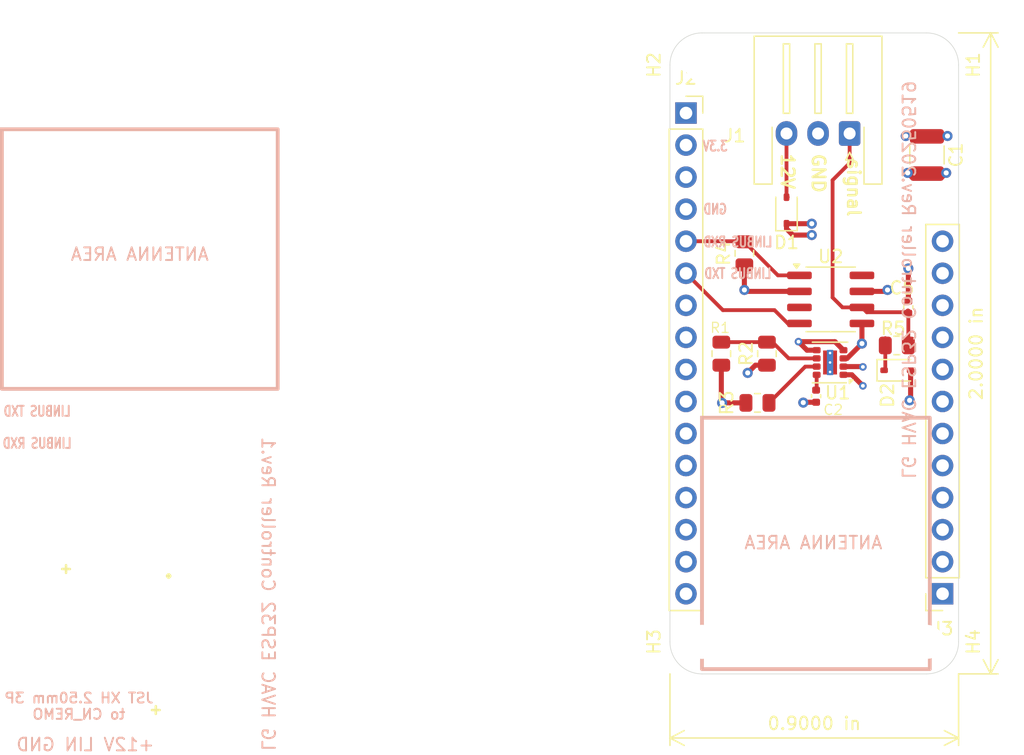
<source format=kicad_pcb>
(kicad_pcb (version 20241229) (generator "pcbnew") (generator_version "9.0")
  (layers (0 "F.Cu" signal) (4 "In1.Cu" signal) (6 "In2.Cu" signal) (2 "B.Cu" signal) (13 "F.Paste" user) (15 "B.Paste" user) (5 "F.SilkS" user "F.Silkscreen") (7 "B.SilkS" user "B.Silkscreen") (1 "F.Mask" user) (3 "B.Mask" user) (25 "Edge.Cuts" user))
  (net 0 "")
  (net 1 "+12V")
  (net 2 "GND")
  (net 3 "+3V3")
  (net 4 "LINBUS")
  (net 5 "Net-(U1-SS{slash}TR)")
  (net 6 "RXD")
  (net 7 "TXD")
  (net 8 "Net-(D2-K)")
  (net 9 "Net-(U1-FB)")
  (net 10 "Net-(U1-PG)")
  (net 11 "Net-(D1-A)")
  (footprint "Connector_PinSocket_2.54mm:PinSocket_1x16_P2.54mm_Vertical" (layer "F.Cu") (at 92.79 31.48)
    (property "Reference" "J2" (at 0 -2.77 0) (layer "F.SilkS"))
    (property "Value" "Conn_01x16")
    (fp_line (start -1.33 1.27) (end -1.33 39.43) (stroke (width 0.12)) (layer "F.SilkS"))
    (fp_line (start -1.33 1.27) (end 1.33 1.27) (stroke (width 0.12)) (layer "F.SilkS"))
    (fp_line (start -1.33 39.43) (end 1.33 39.43) (stroke (width 0.12)) (layer "F.SilkS"))
    (fp_line (start 0 -1.33) (end 1.33 -1.33) (stroke (width 0.12)) (layer "F.SilkS"))
    (fp_line (start 1.33 -1.33) (end 1.33 0) (stroke (width 0.12)) (layer "F.SilkS"))
    (fp_line (start 1.33 1.27) (end 1.33 39.43) (stroke (width 0.12)) (layer "F.SilkS"))
    (pad "1" thru_hole rect (at 0 0) (size 1.7 1.7) (drill 1) (layers "*.Cu" "*.Mask"))
    (pad "2" thru_hole circle (at 0 2.54) (size 1.7 1.7) (drill 1) (layers "*.Cu" "*.Mask") (net 3 "+3V3"))
    (pad "3" thru_hole circle (at 0 5.08) (size 1.7 1.7) (drill 1) (layers "*.Cu" "*.Mask"))
    (pad "4" thru_hole circle (at 0 7.62) (size 1.7 1.7) (drill 1) (layers "*.Cu" "*.Mask") (net 2 "GND"))
    (pad "5" thru_hole circle (at 0 10.16) (size 1.7 1.7) (drill 1) (layers "*.Cu" "*.Mask") (net 6 "RXD"))
    (pad "6" thru_hole circle (at 0 12.7) (size 1.7 1.7) (drill 1) (layers "*.Cu" "*.Mask") (net 7 "TXD"))
    (pad "7" thru_hole circle (at 0 15.24) (size 1.7 1.7) (drill 1) (layers "*.Cu" "*.Mask"))
    (pad "8" thru_hole circle (at 0 17.78) (size 1.7 1.7) (drill 1) (layers "*.Cu" "*.Mask"))
    (pad "9" thru_hole circle (at 0 20.32) (size 1.7 1.7) (drill 1) (layers "*.Cu" "*.Mask"))
    (pad "10" thru_hole circle (at 0 22.86) (size 1.7 1.7) (drill 1) (layers "*.Cu" "*.Mask"))
    (pad "11" thru_hole circle (at 0 25.4) (size 1.7 1.7) (drill 1) (layers "*.Cu" "*.Mask"))
    (pad "12" thru_hole circle (at 0 27.94) (size 1.7 1.7) (drill 1) (layers "*.Cu" "*.Mask"))
    (pad "13" thru_hole circle (at 0 30.48) (size 1.7 1.7) (drill 1) (layers "*.Cu" "*.Mask"))
    (pad "14" thru_hole circle (at 0 33.02) (size 1.7 1.7) (drill 1) (layers "*.Cu" "*.Mask"))
    (pad "15" thru_hole circle (at 0 35.56) (size 1.7 1.7) (drill 1) (layers "*.Cu" "*.Mask"))
    (pad "16" thru_hole circle (at 0 38.1) (size 1.7 1.7) (drill 1) (layers "*.Cu" "*.Mask"))
  )
  (footprint "Resistor_SMD:R_0805_2012Metric" (layer "F.Cu") (at 98.45 54.45 180)
    (property "Reference" "R3" (at 2.4365 0 90) (layer "F.SilkS"))
    (property "Value" "100k")
    (fp_line (start -0.227064 0.735) (end 0.227064 0.735) (stroke (width 0.12)) (layer "F.SilkS"))
    (fp_line (start -0.227064 -0.735) (end 0.227064 -0.735) (stroke (width 0.12)) (layer "F.SilkS"))
    (pad "1" smd roundrect (at -0.9125 0 180) (size 1.025 1.4) (layers "F.Cu" "F.Mask" "F.Paste") (roundrect_rratio 0.243902) (net 10 "Net-(U1-PG)"))
    (pad "2" smd roundrect (at 0.9125 0 180) (size 1.025 1.4) (layers "F.Cu" "F.Mask" "F.Paste") (roundrect_rratio 0.243902) (net 3 "+3V3"))
  )
  (footprint "Resistor_SMD:R_0805_2012Metric" (layer "F.Cu") (at 95.588032 50.55 -90)
    (property "Reference" "R1" (at -2.05 0.1 0) (layer "F.SilkS") (effects (font (size 0.8 0.8) (thickness 0.1))))
    (property "Value" "330k")
    (fp_line (start -0.227064 0.735) (end 0.227064 0.735) (stroke (width 0.12)) (layer "F.SilkS"))
    (fp_line (start -0.227064 -0.735) (end 0.227064 -0.735) (stroke (width 0.12)) (layer "F.SilkS"))
    (pad "1" smd roundrect (at -0.9125 0 270) (size 1.025 1.4) (layers "F.Cu" "F.Mask" "F.Paste") (roundrect_rratio 0.243902) (net 9 "Net-(U1-FB)"))
    (pad "2" smd roundrect (at 0.9125 0 270) (size 1.025 1.4) (layers "F.Cu" "F.Mask" "F.Paste") (roundrect_rratio 0.243902) (net 3 "+3V3"))
  )
  (footprint "Resistor_SMD:R_0805_2012Metric" (layer "F.Cu") (at 99.2 50.55 90)
    (property "Reference" "R2" (at 0 -1.65 90) (layer "F.SilkS"))
    (property "Value" "100k")
    (fp_line (start -0.227064 -0.735) (end 0.227064 -0.735) (stroke (width 0.12)) (layer "F.SilkS"))
    (fp_line (start -0.227064 0.735) (end 0.227064 0.735) (stroke (width 0.12)) (layer "F.SilkS"))
    (pad "1" smd roundrect (at -0.9125 0 90) (size 1.025 1.4) (layers "F.Cu" "F.Mask" "F.Paste") (roundrect_rratio 0.243902) (net 2 "GND"))
    (pad "2" smd roundrect (at 0.9125 0 90) (size 1.025 1.4) (layers "F.Cu" "F.Mask" "F.Paste") (roundrect_rratio 0.243902) (net 9 "Net-(U1-FB)"))
  )
  (footprint "Resistor_SMD:R_0805_2012Metric" (layer "F.Cu") (at 97.4135 42.599 90)
    (property "Reference" "R4" (at 0 -1.65 90) (layer "F.SilkS"))
    (property "Value" "4.7k")
    (fp_line (start -0.227064 -0.735) (end 0.227064 -0.735) (stroke (width 0.12)) (layer "F.SilkS"))
    (fp_line (start -0.227064 0.735) (end 0.227064 0.735) (stroke (width 0.12)) (layer "F.SilkS"))
    (pad "1" smd roundrect (at -0.9125 0 90) (size 1.025 1.4) (layers "F.Cu" "F.Mask" "F.Paste") (roundrect_rratio 0.243902) (net 3 "+3V3"))
    (pad "2" smd roundrect (at 0.9125 0 90) (size 1.025 1.4) (layers "F.Cu" "F.Mask" "F.Paste") (roundrect_rratio 0.243902) (net 6 "RXD"))
  )
  (footprint "MountingHole:MountingHole_2.7mm_M2.5" (layer "F.Cu") (at 111.84 73.39 -90)
    (property "Reference" "H4" (at 0 -3.7 90) (layer "F.SilkS"))
    (property "Value" "MountingHole")
    (pad "" np_thru_hole circle (at 0 0 270) (size 2.7 2.7) (drill 2.7) (layers "*.Cu" "*.Mask"))
  )
  (footprint "Diode_SMD:D_SOD-323" (layer "F.Cu") (at 100.75 39.2 90)
    (property "Reference" "D1" (at -2.54 0 0) (layer "F.SilkS"))
    (property "Value" "1N4148WS")
    (fp_line (start -1.61 -0.85) (end 1.05 -0.85) (stroke (width 0.12)) (layer "F.SilkS"))
    (fp_line (start -1.61 -0.85) (end -1.61 0.85) (stroke (width 0.12)) (layer "F.SilkS"))
    (fp_line (start -1.61 0.85) (end 1.05 0.85) (stroke (width 0.12)) (layer "F.SilkS"))
    (pad "1" smd roundrect (at -1.05 0 90) (size 0.6 0.45) (layers "F.Cu" "F.Mask" "F.Paste") (net 1 "+12V"))
    (pad "2" smd roundrect (at 1.05 0 90) (size 0.6 0.45) (layers "F.Cu" "F.Mask" "F.Paste") (net 11 "Net-(D1-A)"))
  )
  (footprint "Connector_PinSocket_2.54mm:PinSocket_1x12_P2.54mm_Vertical" (layer "F.Cu") (at 113.11 69.58 180)
    (property "Reference" "J3" (at 0 -2.77 180) (layer "F.SilkS"))
    (property "Value" "Conn_01x12")
    (fp_line (start 1.33 1.27) (end 1.33 29.27) (stroke (width 0.12)) (layer "F.SilkS"))
    (fp_line (start 1.33 -1.33) (end 1.33 0) (stroke (width 0.12)) (layer "F.SilkS"))
    (fp_line (start 0 -1.33) (end 1.33 -1.33) (stroke (width 0.12)) (layer "F.SilkS"))
    (fp_line (start -1.33 29.27) (end 1.33 29.27) (stroke (width 0.12)) (layer "F.SilkS"))
    (fp_line (start -1.33 1.27) (end 1.33 1.27) (stroke (width 0.12)) (layer "F.SilkS"))
    (fp_line (start -1.33 1.27) (end -1.33 29.27) (stroke (width 0.12)) (layer "F.SilkS"))
    (pad "1" thru_hole rect (at 0 0 180) (size 1.7 1.7) (drill 1) (layers "*.Cu" "*.Mask"))
    (pad "2" thru_hole circle (at 0 2.54 180) (size 1.7 1.7) (drill 1) (layers "*.Cu" "*.Mask"))
    (pad "3" thru_hole circle (at 0 5.08 180) (size 1.7 1.7) (drill 1) (layers "*.Cu" "*.Mask"))
    (pad "4" thru_hole circle (at 0 7.62 180) (size 1.7 1.7) (drill 1) (layers "*.Cu" "*.Mask"))
    (pad "5" thru_hole circle (at 0 10.16 180) (size 1.7 1.7) (drill 1) (layers "*.Cu" "*.Mask"))
    (pad "6" thru_hole circle (at 0 12.7 180) (size 1.7 1.7) (drill 1) (layers "*.Cu" "*.Mask"))
    (pad "7" thru_hole circle (at 0 15.24 180) (size 1.7 1.7) (drill 1) (layers "*.Cu" "*.Mask"))
    (pad "8" thru_hole circle (at 0 17.78 180) (size 1.7 1.7) (drill 1) (layers "*.Cu" "*.Mask"))
    (pad "9" thru_hole circle (at 0 20.32 180) (size 1.7 1.7) (drill 1) (layers "*.Cu" "*.Mask"))
    (pad "10" thru_hole circle (at 0 22.86 180) (size 1.7 1.7) (drill 1) (layers "*.Cu" "*.Mask"))
    (pad "11" thru_hole circle (at 0 25.4 180) (size 1.7 1.7) (drill 1) (layers "*.Cu" "*.Mask"))
    (pad "12" thru_hole circle (at 0 27.94 180) (size 1.7 1.7) (drill 1) (layers "*.Cu" "*.Mask"))
  )
  (footprint "Package_SO:SOIC-8_3.9x4.9mm_P1.27mm" (layer "F.Cu") (at 104.25 46.25)
    (property "Reference" "U2" (at 0 -3.4 0) (layer "F.SilkS"))
    (property "Value" "TJA1027")
    (fp_line (start 0 -2.56) (end -1.95 -2.56) (stroke (width 0.12)) (layer "F.SilkS"))
    (fp_line (start 0 -2.56) (end 1.95 -2.56) (stroke (width 0.12)) (layer "F.SilkS"))
    (fp_line (start 0 2.56) (end -1.95 2.56) (stroke (width 0.12)) (layer "F.SilkS"))
    (fp_line (start 0 2.56) (end 1.95 2.56) (stroke (width 0.12)) (layer "F.SilkS"))
    (fp_poly (pts (xy -2.7 -2.465) (xy -2.94 -2.795) (xy -2.46 -2.795)) (stroke (width 0.12)) (fill yes) (layer "F.SilkS"))
    (pad "1" smd roundrect (at -2.475 -1.905) (size 1.95 0.6) (layers "F.Cu" "F.Mask" "F.Paste") (net 6 "RXD"))
    (pad "2" smd roundrect (at -2.475 -0.635) (size 1.95 0.6) (layers "F.Cu" "F.Mask" "F.Paste") (net 3 "+3V3"))
    (pad "3" smd roundrect (at -2.475 0.635) (size 1.95 0.6) (layers "F.Cu" "F.Mask" "F.Paste"))
    (pad "4" smd roundrect (at -2.475 1.905) (size 1.95 0.6) (layers "F.Cu" "F.Mask" "F.Paste") (net 7 "TXD"))
    (pad "5" smd roundrect (at 2.475 1.905) (size 1.95 0.6) (layers "F.Cu" "F.Mask" "F.Paste") (net 2 "GND"))
    (pad "6" smd roundrect (at 2.475 0.635) (size 1.95 0.6) (layers "F.Cu" "F.Mask" "F.Paste") (net 4 "LINBUS"))
    (pad "7" smd roundrect (at 2.475 -0.635) (size 1.95 0.6) (layers "F.Cu" "F.Mask" "F.Paste") (net 1 "+12V"))
    (pad "8" smd roundrect (at 2.475 -1.905) (size 1.95 0.6) (layers "F.Cu" "F.Mask" "F.Paste"))
  )
  (footprint "MountingHole:MountingHole_2.7mm_M2.5" (layer "F.Cu") (at 111.84 27.67 -90)
    (property "Reference" "H1" (at 0 -3.7 90) (layer "F.SilkS"))
    (property "Value" "MountingHole")
    (pad "" np_thru_hole circle (at 0 0 270) (size 2.7 2.7) (drill 2.7) (layers "*.Cu" "*.Mask"))
  )
  (footprint "Diode_SMD:D_SOD-323" (layer "F.Cu") (at 109.5305 51.868)
    (property "Reference" "D2" (at -0.7805 1.982 90) (layer "F.SilkS"))
    (property "Value" "1N4148WS")
    (fp_line (start -1.61 -0.85) (end -1.61 0.85) (stroke (width 0.12)) (layer "F.SilkS"))
    (fp_line (start -1.61 -0.85) (end 1.05 -0.85) (stroke (width 0.12)) (layer "F.SilkS"))
    (fp_line (start -1.61 0.85) (end 1.05 0.85) (stroke (width 0.12)) (layer "F.SilkS"))
    (pad "1" smd roundrect (at -1.05 0) (size 0.6 0.45) (layers "F.Cu" "F.Mask" "F.Paste") (net 8 "Net-(D2-K)"))
    (pad "2" smd roundrect (at 1.05 0) (size 0.6 0.45) (layers "F.Cu" "F.Mask" "F.Paste") (net 1 "+12V"))
  )
  (footprint "Capacitor_SMD:C_0402_1005Metric" (layer "F.Cu") (at 103.094 53.92 -90)
    (property "Reference" "C2" (at 1.08 -1.356 0) (layer "F.SilkS") (effects (font (size 0.8 0.8) (thickness 0.1))))
    (property "Value" "3.3nF")
    (fp_line (start -0.107836 0.36) (end 0.107836 0.36) (stroke (width 0.12)) (layer "F.SilkS"))
    (fp_line (start -0.107836 -0.36) (end 0.107836 -0.36) (stroke (width 0.12)) (layer "F.SilkS"))
    (pad "1" smd roundrect (at -0.48 0 270) (size 0.56 0.62) (layers "F.Cu" "F.Mask" "F.Paste") (net 5 "Net-(U1-SS{slash}TR)"))
    (pad "2" smd roundrect (at 0.48 0 270) (size 0.56 0.62) (layers "F.Cu" "F.Mask" "F.Paste") (net 2 "GND"))
  )
  (footprint "Connector_JST:JST_XH_S3B-XH-A-1_1x03_P2.50mm_Horizontal" (layer "F.Cu") (at 105.75 33.1 180)
    (property "Reference" "J1" (at 9.104 -0.182 0) (layer "F.SilkS"))
    (property "Value" "JST_XH_S3B-XH-A-1_01x03")
    (fp_line (start 7.56 7.71) (end 7.56 -4.01) (stroke (width 0.12)) (layer "F.SilkS"))
    (fp_line (start 7.56 -4.01) (end 6.14 -4.01) (stroke (width 0.12)) (layer "F.SilkS"))
    (fp_line (start 6.14 -4.01) (end 6.14 0.49) (stroke (width 0.12)) (layer "F.SilkS"))
    (fp_line (start 5.25 7.1) (end 5.25 1.6) (stroke (width 0.12)) (layer "F.SilkS"))
    (fp_line (start 5.25 1.6) (end 4.75 1.6) (stroke (width 0.12)) (layer "F.SilkS"))
    (fp_line (start 4.75 7.1) (end 5.25 7.1) (stroke (width 0.12)) (layer "F.SilkS"))
    (fp_line (start 4.75 1.6) (end 4.75 7.1) (stroke (width 0.12)) (layer "F.SilkS"))
    (fp_line (start 2.75 7.1) (end 2.75 1.6) (stroke (width 0.12)) (layer "F.SilkS"))
    (fp_line (start 2.75 1.6) (end 2.25 1.6) (stroke (width 0.12)) (layer "F.SilkS"))
    (fp_line (start 2.5 7.71) (end 7.56 7.71) (stroke (width 0.12)) (layer "F.SilkS"))
    (fp_line (start 2.5 7.71) (end -2.56 7.71) (stroke (width 0.12)) (layer "F.SilkS"))
    (fp_line (start 2.25 7.1) (end 2.75 7.1) (stroke (width 0.12)) (layer "F.SilkS"))
    (fp_line (start 2.25 1.6) (end 2.25 7.1) (stroke (width 0.12)) (layer "F.SilkS"))
    (fp_line (start 0.3 -2.1) (end 0 -1.5) (stroke (width 0.12)) (layer "F.SilkS"))
    (fp_line (start 0.25 7.1) (end 0.25 1.6) (stroke (width 0.12)) (layer "F.SilkS"))
    (fp_line (start 0.25 1.6) (end -0.25 1.6) (stroke (width 0.12)) (layer "F.SilkS"))
    (fp_line (start 0 -1.5) (end -0.3 -2.1) (stroke (width 0.12)) (layer "F.SilkS"))
    (fp_line (start -0.25 7.1) (end 0.25 7.1) (stroke (width 0.12)) (layer "F.SilkS"))
    (fp_line (start -0.25 1.6) (end -0.25 7.1) (stroke (width 0.12)) (layer "F.SilkS"))
    (fp_line (start -0.3 -2.1) (end 0.3 -2.1) (stroke (width 0.12)) (layer "F.SilkS"))
    (fp_line (start -1.14 -4.01) (end -1.14 0.49) (stroke (width 0.12)) (layer "F.SilkS"))
    (fp_line (start -2.56 7.71) (end -2.56 -4.01) (stroke (width 0.12)) (layer "F.SilkS"))
    (fp_line (start -2.56 -4.01) (end -1.14 -4.01) (stroke (width 0.12)) (layer "F.SilkS"))
    (pad "1" thru_hole roundrect (at 0 0 180) (size 1.7 1.95) (drill 0.95) (layers "*.Cu" "*.Mask") (roundrect_rratio 0.147059) (net 4 "LINBUS"))
    (pad "2" thru_hole oval (at 2.5 0 180) (size 1.7 1.95) (drill 0.95) (layers "*.Cu" "*.Mask") (net 2 "GND"))
    (pad "3" thru_hole oval (at 5 0 180) (size 1.7 1.95) (drill 0.95) (layers "*.Cu" "*.Mask") (net 11 "Net-(D1-A)"))
  )
  (footprint "Capacitor_SMD:C_0402_1005Metric" (layer "F.Cu") (at 110.4 46.864 90)
    (property "Reference" "C5" (at 1.524 -0.508 180) (layer "F.SilkS"))
    (property "Value" "220pF")
    (fp_line (start -0.107836 -0.36) (end 0.107836 -0.36) (stroke (width 0.12)) (layer "F.SilkS"))
    (fp_line (start -0.107836 0.36) (end 0.107836 0.36) (stroke (width 0.12)) (layer "F.SilkS"))
    (pad "1" smd roundrect (at -0.48 0 90) (size 0.56 0.62) (layers "F.Cu" "F.Mask" "F.Paste") (net 4 "LINBUS"))
    (pad "2" smd roundrect (at 0.48 0 90) (size 0.56 0.62) (layers "F.Cu" "F.Mask" "F.Paste") (net 2 "GND"))
  )
  (footprint "MountingHole:MountingHole_2.7mm_M2.5" (layer "F.Cu") (at 94.06 73.39 -90)
    (property "Reference" "H3" (at 0 3.81 90) (layer "F.SilkS"))
    (property "Value" "MountingHole")
    (pad "" np_thru_hole circle (at 0 0 270) (size 2.7 2.7) (drill 2.7) (layers "*.Cu" "*.Mask"))
  )
  (footprint "Resistor_SMD:R_0805_2012Metric" (layer "F.Cu") (at 109.4875 49.9)
    (property "Reference" "R5" (at -0.2875 -1.35 0) (layer "F.SilkS"))
    (property "Value" "1k")
    (fp_line (start -0.227064 -0.735) (end 0.227064 -0.735) (stroke (width 0.12)) (layer "F.SilkS"))
    (fp_line (start -0.227064 0.735) (end 0.227064 0.735) (stroke (width 0.12)) (layer "F.SilkS"))
    (pad "1" smd roundrect (at -0.9125 0) (size 1.025 1.4) (layers "F.Cu" "F.Mask" "F.Paste") (roundrect_rratio 0.243902) (net 8 "Net-(D2-K)"))
    (pad "2" smd roundrect (at 0.9125 0) (size 1.025 1.4) (layers "F.Cu" "F.Mask" "F.Paste") (roundrect_rratio 0.243902) (net 4 "LINBUS"))
  )
  (footprint "Package_LGA:Texas_SIL0008D_MicroSiP-8-1EP_2.8x3mm_P0.65mm_EP1.1x1.9mm_ThermalVias" (layer "F.Cu") (at 104.2 51.25 180)
    (property "Reference" "U1" (at -0.6 -2.4 0) (layer "F.SilkS"))
    (property "Value" "TPS82130")
    (fp_line (start -1.29 -1.61) (end 1.4 -1.61) (stroke (width 0.12)) (layer "F.SilkS"))
    (fp_line (start -1.4 1.61) (end 1.4 1.61) (stroke (width 0.12)) (layer "F.SilkS"))
    (fp_poly (pts (xy -1.53 -1.38) (xy -1.81 -1.38) (xy -1.53 -1.66)) (stroke (width 0.12)) (fill yes) (layer "F.SilkS"))
    (pad "1" smd roundrect (at -1.0625 -0.975 180) (size 0.625 0.5) (layers "F.Cu" "F.Mask" "F.Paste") (net 1 "+12V"))
    (pad "2" smd roundrect (at -1.0625 -0.325 180) (size 0.625 0.5) (layers "F.Cu" "F.Mask" "F.Paste") (net 1 "+12V"))
    (pad "3" smd roundrect (at -1.0625 0.325 180) (size 0.625 0.5) (layers "F.Cu" "F.Mask" "F.Paste") (net 2 "GND"))
    (pad "4" smd roundrect (at -1.0625 0.975 180) (size 0.625 0.5) (layers "F.Cu" "F.Mask" "F.Paste") (net 3 "+3V3"))
    (pad "5" smd roundrect (at 1.0625 0.975 180) (size 0.625 0.5) (layers "F.Cu" "F.Mask" "F.Paste") (net 3 "+3V3"))
    (pad "6" smd roundrect (at 1.0625 0.325 180) (size 0.625 0.5) (layers "F.Cu" "F.Mask" "F.Paste") (net 9 "Net-(U1-FB)"))
    (pad "7" smd roundrect (at 1.0625 -0.325 180) (size 0.625 0.5) (layers "F.Cu" "F.Mask" "F.Paste") (net 10 "Net-(U1-PG)"))
    (pad "8" smd roundrect (at 1.0625 -0.975 180) (size 0.625 0.5) (layers "F.Cu" "F.Mask" "F.Paste") (net 5 "Net-(U1-SS{slash}TR)"))
    (pad "9" thru_hole circle (at 0 -0.75 180) (size 0.5 0.5) (drill 0.2) (property pad_prop_heatsink) (layers "*.Cu") (net 2 "GND"))
    (pad "9" thru_hole circle (at 0 0 180) (size 0.5 0.5) (drill 0.2) (property pad_prop_heatsink) (layers "*.Cu") (net 2 "GND"))
    (pad "9" smd rect (at 0 0 180) (size 0.5 2) (property pad_prop_heatsink) (layers "B.Cu") (net 2 "GND"))
    (pad "9" smd rect (at 0 0 180) (size 1.1 1.9) (property pad_prop_heatsink) (layers "F.Cu" "F.Mask") (net 2 "GND"))
    (pad "9" thru_hole circle (at 0 0.75 180) (size 0.5 0.5) (drill 0.2) (property pad_prop_heatsink) (layers "*.Cu") (net 2 "GND"))
  )
  (footprint "Capacitor_SMD:C_1210_3225Metric" (layer "F.Cu") (at 111.874 34.804 -90)
    (property "Reference" "C1" (at 0 -2.3 90) (layer "F.SilkS"))
    (property "Value" "10uF")
    (fp_line (start -0.711252 1.36) (end 0.711252 1.36) (stroke (width 0.12)) (layer "F.SilkS"))
    (fp_line (start -0.711252 -1.36) (end 0.711252 -1.36) (stroke (width 0.12)) (layer "F.SilkS"))
    (pad "1" smd roundrect (at -1.475 0 270) (size 1.15 2.7) (layers "F.Cu" "F.Mask" "F.Paste") (roundrect_rratio 0.217391) (net 1 "+12V"))
    (pad "2" smd roundrect (at 1.475 0 270) (size 1.15 2.7) (layers "F.Cu" "F.Mask" "F.Paste") (roundrect_rratio 0.217391) (net 2 "GND"))
  )
  (footprint "MountingHole:MountingHole_2.7mm_M2.5" (layer "F.Cu") (at 94.06 27.67 -90)
    (property "Reference" "H2" (at 0 3.81 90) (layer "F.SilkS"))
    (property "Value" "MountingHole")
    (pad "" np_thru_hole circle (at 0 0 270) (size 2.7 2.7) (drill 2.7) (layers "*.Cu" "*.Mask"))
  )
  (gr_rect (start 38.608 32.766) (end 60.452 53.34) (stroke (width 0.3)) (fill no) (layer "B.SilkS"))
  (gr_rect (start 94.056 55.626) (end 112.1 75.55) (stroke (width 0.3)) (fill no) (layer "B.SilkS"))
  (gr_line (start 114.38 73.39) (end 114.38 27.67) (stroke (width 0.05)) (layer "Edge.Cuts"))
  (gr_line (start 94.06 25.13) (end 111.84 25.13) (stroke (width 0.05)) (layer "Edge.Cuts"))
  (gr_line (start 111.84 75.93) (end 94.06 75.93) (stroke (width 0.05)) (layer "Edge.Cuts"))
  (gr_arc (start 91.52 27.67) (mid 92.263949 25.873949) (end 94.06 25.13) (stroke (width 0.05)) (layer "Edge.Cuts"))
  (gr_arc (start 94.06 75.93) (mid 92.263949 75.186051) (end 91.52 73.39) (stroke (width 0.05)) (layer "Edge.Cuts"))
  (gr_line (start 91.52 73.39) (end 91.52 27.67) (stroke (width 0.05)) (layer "Edge.Cuts"))
  (gr_arc (start 111.84 25.13) (mid 113.636051 25.873949) (end 114.38 27.67) (stroke (width 0.05)) (layer "Edge.Cuts"))
  (gr_arc (start 114.38 73.39) (mid 113.636051 75.186051) (end 111.84 75.93) (stroke (width 0.05)) (layer "Edge.Cuts"))
  (gr_text "GND" (at 102.7 34.6 270) (layer "F.SilkS") (effects (font (size 1 1) (thickness 0.2) (bold yes)) (justify left bottom)))
  (gr_text "+" (at 50.8 78.74 0) (layer "F.SilkS") (effects (font (size 0.8 0.8) (thickness 0.2))))
  (gr_text "signal" (at 105.5 35 270) (layer "F.SilkS") (effects (font (size 1 1) (thickness 0.2) (bold yes)) (justify left bottom)))
  (gr_text "." (at 51.816 67.564 0) (layer "F.SilkS") (effects (font (size 1.5 1.5) (thickness 0.3))))
  (gr_text "+" (at 43.688 67.564 0) (layer "F.SilkS") (effects (font (size 0.8 0.8) (thickness 0.2))))
  (gr_text "12V" (at 100.25 34.6 270) (layer "F.SilkS") (effects (font (size 1 1) (thickness 0.2) (bold yes)) (justify left bottom)))
  (gr_text "LINBUS TXD" (at 41.402 55.118 0) (layer "B.SilkS") (effects (font (size 0.8 0.6)) (justify mirror)))
  (gr_text "GND" (at 95.1 39.1 0) (layer "B.SilkS") (effects (font (size 0.8 0.6)) (justify mirror)))
  (gr_text "3.3V" (at 95.1 34.1 0) (layer "B.SilkS") (effects (font (size 0.8 0.6)) (justify mirror)))
  (gr_text "JST XH 2.50mm 3P\nto CN_REMO" (at 44.704 78.486 0) (layer "B.SilkS") (effects (font (size 0.8 0.8)) (justify mirror)))
  (gr_text "LINBUS RXD" (at 96.9 41.7 0) (layer "B.SilkS") (effects (font (size 0.8 0.6)) (justify mirror)))
  (gr_text "LINBUS RXD" (at 41.402 57.658 0) (layer "B.SilkS") (effects (font (size 0.8 0.6)) (justify mirror)))
  (gr_text "LINBUS TXD" (at 96.9 44.2 0) (layer "B.SilkS") (effects (font (size 0.8 0.6)) (justify mirror)))
  (gr_text "+12V LIN GND" (at 45.212 81.534 0) (layer "B.SilkS") (effects (font (size 1 1)) (justify mirror)))
  (gr_text "LG HVAC ESP32 Controller Rev.1" (at 59.69 69.596 270) (layer "B.SilkS") (effects (font (size 1 1)) (justify mirror)))
  (gr_text "ANTENNA AREA" (at 49.53 42.672 0) (layer "B.SilkS") (effects (font (size 1 1)) (justify mirror)))
  (gr_text "LG HVAC ESP32 Controller Rev.20250519" (at 110.4 44.7 270) (layer "B.SilkS") (effects (font (size 1 1)) (justify mirror)))
  (gr_text "ANTENNA AREA" (at 102.878 65.532 0) (layer "B.SilkS") (effects (font (size 1 1)) (justify mirror)))
  (dimension (type aligned) (layer "F.SilkS") (pts (xy 91.52 75.93) (xy 114.38 75.93)) (height 5.08) (format (prefix "") (suffix "") (units 0) (units_format 1) (precision 4)) (style (thickness 0.12) (arrow_length 1.27) (text_position_mode 0) (arrow_direction outward) (extension_height 0.58642) (extension_offset 0) (keep_text_aligned yes)) (gr_text "0.9000 in" (at 102.95 79.86 0) (layer "F.SilkS") (effects (font (size 1 1) (thickness 0.15)))))
  (dimension (type aligned) (layer "F.SilkS") (pts (xy 114.38 75.93) (xy 114.38 25.13)) (height 2.54) (format (prefix "") (suffix "") (units 0) (units_format 1) (precision 4)) (style (thickness 0.12) (arrow_length 1.27) (text_position_mode 0) (arrow_direction outward) (extension_height 0.58642) (extension_offset 0) (keep_text_aligned yes)) (gr_text "2.0000 in" (at 115.77 50.53 90) (layer "F.SilkS") (effects (font (size 1 1) (thickness 0.15)))))
  (segment (start 113.5 33.3) (end 113.471 33.329) (width 0.4) (layer "F.Cu") (net 1))
  (segment (start 113.471 33.329) (end 111.874 33.329) (width 0.4) (layer "F.Cu") (net 1))
  (segment (start 100.75 40.25) (end 100.75 40.65) (width 0.4) (layer "F.Cu") (net 1))
  (segment (start 110.2 33.3) (end 110.229 33.329) (width 0.4) (layer "F.Cu") (net 1))
  (segment (start 110.229 33.329) (end 111.874 33.329) (width 0.4) (layer "F.Cu") (net 1))
  (segment (start 102.65 40.25) (end 102.75 40.35) (width 0.4) (layer "F.Cu") (net 1))
  (segment (start 105.2625 52.225) (end 105.925 52.225) (width 0.4) (layer "F.Cu") (net 1))
  (segment (start 100.75 40.65) (end 101.25 41.15) (width 0.4) (layer "F.Cu") (net 1))
  (segment (start 105.2625 51.575) (end 106.775 51.575) (width 0.4) (layer "F.Cu") (net 1))
  (segment (start 110.5805 54.1695) (end 110.5 54.25) (width 0.4) (layer "F.Cu") (net 1))
  (segment (start 105.925 52.225) (end 106.8 53.1) (width 0.4) (layer "F.Cu") (net 1))
  (segment (start 100.75 40.25) (end 102.75 40.25) (width 0.4) (layer "F.Cu") (net 1))
  (segment (start 108.75 45.5) (end 108.635 45.615) (width 0.4) (layer "F.Cu") (net 1))
  (segment (start 110.5805 51.868) (end 110.5805 54.1695) (width 0.4) (layer "F.Cu") (net 1))
  (segment (start 105.2625 51.575) (end 105.2625 51.6) (width 0.4) (layer "F.Cu") (net 1))
  (segment (start 106.775 51.575) (end 106.8 51.6) (width 0.4) (layer "F.Cu") (net 1))
  (segment (start 101.25 41.15) (end 102.75 41.15) (width 0.4) (layer "F.Cu") (net 1))
  (segment (start 108.635 45.615) (end 106.725 45.615) (width 0.4) (layer "F.Cu") (net 1))
  (via (at 113.5 33.3) (size 0.8) (drill 0.4) (layers "F.Cu" "B.Cu") (net 1))
  (via (at 102.75 40.25) (size 0.8) (drill 0.4) (layers "F.Cu" "B.Cu") (net 1))
  (via (at 110.2 33.3) (size 0.8) (drill 0.4) (layers "F.Cu" "B.Cu") (net 1))
  (via (at 102.75 41.15) (size 0.8) (drill 0.4) (layers "F.Cu" "B.Cu") (net 1))
  (via (at 106.8 51.6) (size 0.6) (drill 0.3) (layers "F.Cu" "B.Cu") (net 1))
  (via (at 108.75 45.5) (size 0.8) (drill 0.4) (layers "F.Cu" "B.Cu") (net 1))
  (via (at 106.8 53.1) (size 0.6) (drill 0.3) (layers "F.Cu" "B.Cu") (net 1))
  (via (at 110.5 54.25) (size 0.8) (drill 0.4) (layers "F.Cu" "B.Cu") (net 1))
  (segment (start 110.626 36.5) (end 110.35 36.224) (width 0.4) (layer "F.Cu") (net 2))
  (segment (start 105.2625 50.925) (end 105.55 50.925) (width 0.4) (layer "F.Cu") (net 2))
  (segment (start 98.2875 51.4625) (end 97.676 52.074) (width 0.4) (layer "F.Cu") (net 2))
  (segment (start 99.2 51.4625) (end 98.2875 51.4625) (width 0.4) (layer "F.Cu") (net 2))
  (segment (start 111.874 36.5) (end 110.626 36.5) (width 0.4) (layer "F.Cu") (net 2))
  (segment (start 105.55 50.925) (end 106.725 49.75) (width 0.4) (layer "F.Cu") (net 2))
  (segment (start 103.094 54.4) (end 102.106 54.4) (width 0.4) (layer "F.Cu") (net 2))
  (segment (start 111.874 36.5) (end 113.122 36.5) (width 0.4) (layer "F.Cu") (net 2))
  (segment (start 113.122 36.5) (end 113.398 36.224) (width 0.4) (layer "F.Cu") (net 2))
  (segment (start 110.4 43.8) (end 110.4 46.384) (width 0.4) (layer "F.Cu") (net 2))
  (segment (start 102.106 54.4) (end 102.078 54.428) (width 0.4) (layer "F.Cu") (net 2))
  (segment (start 110.4 43.8) (end 110.528 43.8) (width 0.4) (layer "F.Cu") (net 2))
  (segment (start 106.725 49.75) (end 106.725 48.155) (width 0.4) (layer "F.Cu") (net 2))
  (via (at 97.676 52.074) (size 0.8) (drill 0.4) (layers "F.Cu" "B.Cu") (net 2))
  (via (at 110.4 43.8) (size 0.8) (drill 0.4) (layers "F.Cu" "B.Cu") (net 2))
  (via (at 102.078 54.428) (size 0.8) (drill 0.4) (layers "F.Cu" "B.Cu") (net 2))
  (via (at 106.725 49.75) (size 0.8) (drill 0.4) (layers "F.Cu" "B.Cu") (net 2))
  (via (at 113.398 36.224) (size 0.8) (drill 0.4) (layers "F.Cu" "B.Cu") (net 2))
  (via (at 110.35 36.224) (size 0.8) (drill 0.4) (layers "F.Cu" "B.Cu") (net 2))
  (segment (start 97.5285 45.615) (end 97.4135 45.5) (width 0.4) (layer "F.Cu") (net 3))
  (segment (start 104.5875 49.6) (end 101.7 49.6) (width 0.4) (layer "F.Cu") (net 3))
  (segment (start 97.4135 45.5) (end 97.4135 43.5115) (width 0.4) (layer "F.Cu") (net 3))
  (segment (start 97.5375 54.45) (end 95.65 54.45) (width 0.4) (layer "F.Cu") (net 3))
  (segment (start 105.2625 50.275) (end 104.5875 49.6) (width 0.4) (layer "F.Cu") (net 3))
  (segment (start 102.375 50.275) (end 101.7 49.6) (width 0.4) (layer "F.Cu") (net 3))
  (segment (start 95.588032 51.4625) (end 95.588032 54.388032) (width 0.4) (layer "F.Cu") (net 3))
  (segment (start 95.588032 54.388032) (end 95.65 54.45) (width 0.4) (layer "F.Cu") (net 3))
  (segment (start 103.1375 50.275) (end 102.375 50.275) (width 0.4) (layer "F.Cu") (net 3))
  (segment (start 101.775 45.615) (end 97.5285 45.615) (width 0.4) (layer "F.Cu") (net 3))
  (via (at 101.7 49.6) (size 0.6) (drill 0.3) (layers "F.Cu" "B.Cu") (net 3))
  (via (at 95.65 54.45) (size 0.8) (drill 0.4) (layers "F.Cu" "B.Cu") (net 3))
  (via (at 97.4135 45.5) (size 0.8) (drill 0.4) (layers "F.Cu" "B.Cu") (net 3))
  (segment (start 106.725 46.885) (end 107.107 47.267) (width 0.3) (layer "F.Cu") (net 4))
  (segment (start 104.4 46.1) (end 104.4 36.8) (width 0.3) (layer "F.Cu") (net 4))
  (segment (start 107.107 47.267) (end 110.4165 47.267) (width 0.3) (layer "F.Cu") (net 4))
  (segment (start 104.4 36.8) (end 105.75 35.45) (width 0.3) (layer "F.Cu") (net 4))
  (segment (start 105.75 35.45) (end 105.75 33.1) (width 0.3) (layer "F.Cu") (net 4))
  (segment (start 105.185 46.885) (end 104.4 46.1) (width 0.3) (layer "F.Cu") (net 4))
  (segment (start 110.4 47.344) (end 110.4 49.9) (width 0.3) (layer "F.Cu") (net 4))
  (segment (start 110.372 47.172) (end 110.4 47.2) (width 0.4) (layer "F.Cu") (net 4))
  (segment (start 106.725 46.885) (end 105.185 46.885) (width 0.3) (layer "F.Cu") (net 4))
  (segment (start 103.06 53.406) (end 103.094 53.44) (width 0.3) (layer "F.Cu") (net 5))
  (segment (start 103.1375 52.225) (end 103.1375 53.3965) (width 0.3) (layer "F.Cu") (net 5))
  (segment (start 103.1375 53.3965) (end 103.094 53.44) (width 0.3) (layer "F.Cu") (net 5))
  (segment (start 97.3135 41.6865) (end 97.267 41.64) (width 0.3) (layer "F.Cu") (net 6))
  (segment (start 101.775 44.345) (end 100.072 44.345) (width 0.3) (layer "F.Cu") (net 6))
  (segment (start 97.4135 41.6865) (end 97.3135 41.6865) (width 0.3) (layer "F.Cu") (net 6))
  (segment (start 97.267 41.64) (end 92.79 41.64) (width 0.3) (layer "F.Cu") (net 6))
  (segment (start 100.072 44.345) (end 97.4135 41.6865) (width 0.3) (layer "F.Cu") (net 6))
  (segment (start 97.5 41.6) (end 97.4135 41.6865) (width 0.3) (layer "F.Cu") (net 6))
  (segment (start 101.775 48.155) (end 100.855 48.155) (width 0.3) (layer "F.Cu") (net 7))
  (segment (start 95.71 47.1) (end 92.79 44.18) (width 0.3) (layer "F.Cu") (net 7))
  (segment (start 100.855 48.155) (end 99.8 47.1) (width 0.3) (layer "F.Cu") (net 7))
  (segment (start 99.8 47.1) (end 95.71 47.1) (width 0.3) (layer "F.Cu") (net 7))
  (segment (start 108.575 49.9) (end 108.575 49.3225) (width 0.3) (layer "F.Cu") (net 8))
  (segment (start 108.575 51.7735) (end 108.4805 51.868) (width 0.3) (layer "F.Cu") (net 8))
  (segment (start 108.575 49.9) (end 108.575 51.7735) (width 0.3) (layer "F.Cu") (net 8))
  (segment (start 99.6375 49.6375) (end 99.2 49.6375) (width 0.3) (layer "F.Cu") (net 9))
  (segment (start 100.925 50.925) (end 99.6375 49.6375) (width 0.3) (layer "F.Cu") (net 9))
  (segment (start 99.2 49.6375) (end 95.588032 49.6375) (width 0.3) (layer "F.Cu") (net 9))
  (segment (start 103.1375 50.925) (end 100.925 50.925) (width 0.3) (layer "F.Cu") (net 9))
  (segment (start 102.2375 51.575) (end 99.3625 54.45) (width 0.3) (layer "F.Cu") (net 10))
  (segment (start 103.1375 51.575) (end 102.2375 51.575) (width 0.3) (layer "F.Cu") (net 10))
  (segment (start 100.75 33.1) (end 100.75 38.15) (width 0.3) (layer "F.Cu") (net 11))
  (segment (start 100.8 38.1) (end 100.85 38.15) (width 0.3) (layer "F.Cu") (net 11))
)
</source>
